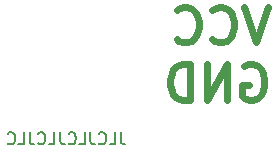
<source format=gbr>
%TF.GenerationSoftware,KiCad,Pcbnew,7.0.1*%
%TF.CreationDate,2024-06-10T22:25:48+03:00*%
%TF.ProjectId,PedalPower,50656461-6c50-46f7-9765-722e6b696361,rev?*%
%TF.SameCoordinates,Original*%
%TF.FileFunction,Legend,Bot*%
%TF.FilePolarity,Positive*%
%FSLAX46Y46*%
G04 Gerber Fmt 4.6, Leading zero omitted, Abs format (unit mm)*
G04 Created by KiCad (PCBNEW 7.0.1) date 2024-06-10 22:25:48*
%MOMM*%
%LPD*%
G01*
G04 APERTURE LIST*
%ADD10C,0.200000*%
%ADD11C,0.600000*%
G04 APERTURE END LIST*
D10*
X36276190Y-6577619D02*
X36276190Y-7291904D01*
X36276190Y-7291904D02*
X36323809Y-7434761D01*
X36323809Y-7434761D02*
X36419047Y-7530000D01*
X36419047Y-7530000D02*
X36561904Y-7577619D01*
X36561904Y-7577619D02*
X36657142Y-7577619D01*
X35323809Y-7577619D02*
X35799999Y-7577619D01*
X35799999Y-7577619D02*
X35799999Y-6577619D01*
X34419047Y-7482380D02*
X34466666Y-7530000D01*
X34466666Y-7530000D02*
X34609523Y-7577619D01*
X34609523Y-7577619D02*
X34704761Y-7577619D01*
X34704761Y-7577619D02*
X34847618Y-7530000D01*
X34847618Y-7530000D02*
X34942856Y-7434761D01*
X34942856Y-7434761D02*
X34990475Y-7339523D01*
X34990475Y-7339523D02*
X35038094Y-7149047D01*
X35038094Y-7149047D02*
X35038094Y-7006190D01*
X35038094Y-7006190D02*
X34990475Y-6815714D01*
X34990475Y-6815714D02*
X34942856Y-6720476D01*
X34942856Y-6720476D02*
X34847618Y-6625238D01*
X34847618Y-6625238D02*
X34704761Y-6577619D01*
X34704761Y-6577619D02*
X34609523Y-6577619D01*
X34609523Y-6577619D02*
X34466666Y-6625238D01*
X34466666Y-6625238D02*
X34419047Y-6672857D01*
X33704761Y-6577619D02*
X33704761Y-7291904D01*
X33704761Y-7291904D02*
X33752380Y-7434761D01*
X33752380Y-7434761D02*
X33847618Y-7530000D01*
X33847618Y-7530000D02*
X33990475Y-7577619D01*
X33990475Y-7577619D02*
X34085713Y-7577619D01*
X32752380Y-7577619D02*
X33228570Y-7577619D01*
X33228570Y-7577619D02*
X33228570Y-6577619D01*
X31847618Y-7482380D02*
X31895237Y-7530000D01*
X31895237Y-7530000D02*
X32038094Y-7577619D01*
X32038094Y-7577619D02*
X32133332Y-7577619D01*
X32133332Y-7577619D02*
X32276189Y-7530000D01*
X32276189Y-7530000D02*
X32371427Y-7434761D01*
X32371427Y-7434761D02*
X32419046Y-7339523D01*
X32419046Y-7339523D02*
X32466665Y-7149047D01*
X32466665Y-7149047D02*
X32466665Y-7006190D01*
X32466665Y-7006190D02*
X32419046Y-6815714D01*
X32419046Y-6815714D02*
X32371427Y-6720476D01*
X32371427Y-6720476D02*
X32276189Y-6625238D01*
X32276189Y-6625238D02*
X32133332Y-6577619D01*
X32133332Y-6577619D02*
X32038094Y-6577619D01*
X32038094Y-6577619D02*
X31895237Y-6625238D01*
X31895237Y-6625238D02*
X31847618Y-6672857D01*
X31133332Y-6577619D02*
X31133332Y-7291904D01*
X31133332Y-7291904D02*
X31180951Y-7434761D01*
X31180951Y-7434761D02*
X31276189Y-7530000D01*
X31276189Y-7530000D02*
X31419046Y-7577619D01*
X31419046Y-7577619D02*
X31514284Y-7577619D01*
X30180951Y-7577619D02*
X30657141Y-7577619D01*
X30657141Y-7577619D02*
X30657141Y-6577619D01*
X29276189Y-7482380D02*
X29323808Y-7530000D01*
X29323808Y-7530000D02*
X29466665Y-7577619D01*
X29466665Y-7577619D02*
X29561903Y-7577619D01*
X29561903Y-7577619D02*
X29704760Y-7530000D01*
X29704760Y-7530000D02*
X29799998Y-7434761D01*
X29799998Y-7434761D02*
X29847617Y-7339523D01*
X29847617Y-7339523D02*
X29895236Y-7149047D01*
X29895236Y-7149047D02*
X29895236Y-7006190D01*
X29895236Y-7006190D02*
X29847617Y-6815714D01*
X29847617Y-6815714D02*
X29799998Y-6720476D01*
X29799998Y-6720476D02*
X29704760Y-6625238D01*
X29704760Y-6625238D02*
X29561903Y-6577619D01*
X29561903Y-6577619D02*
X29466665Y-6577619D01*
X29466665Y-6577619D02*
X29323808Y-6625238D01*
X29323808Y-6625238D02*
X29276189Y-6672857D01*
X28561903Y-6577619D02*
X28561903Y-7291904D01*
X28561903Y-7291904D02*
X28609522Y-7434761D01*
X28609522Y-7434761D02*
X28704760Y-7530000D01*
X28704760Y-7530000D02*
X28847617Y-7577619D01*
X28847617Y-7577619D02*
X28942855Y-7577619D01*
X27609522Y-7577619D02*
X28085712Y-7577619D01*
X28085712Y-7577619D02*
X28085712Y-6577619D01*
X26704760Y-7482380D02*
X26752379Y-7530000D01*
X26752379Y-7530000D02*
X26895236Y-7577619D01*
X26895236Y-7577619D02*
X26990474Y-7577619D01*
X26990474Y-7577619D02*
X27133331Y-7530000D01*
X27133331Y-7530000D02*
X27228569Y-7434761D01*
X27228569Y-7434761D02*
X27276188Y-7339523D01*
X27276188Y-7339523D02*
X27323807Y-7149047D01*
X27323807Y-7149047D02*
X27323807Y-7006190D01*
X27323807Y-7006190D02*
X27276188Y-6815714D01*
X27276188Y-6815714D02*
X27228569Y-6720476D01*
X27228569Y-6720476D02*
X27133331Y-6625238D01*
X27133331Y-6625238D02*
X26990474Y-6577619D01*
X26990474Y-6577619D02*
X26895236Y-6577619D01*
X26895236Y-6577619D02*
X26752379Y-6625238D01*
X26752379Y-6625238D02*
X26704760Y-6672857D01*
D11*
X48714285Y4042142D02*
X47714285Y1042142D01*
X47714285Y1042142D02*
X46714285Y4042142D01*
X43999999Y1327857D02*
X44142856Y1185000D01*
X44142856Y1185000D02*
X44571428Y1042142D01*
X44571428Y1042142D02*
X44857142Y1042142D01*
X44857142Y1042142D02*
X45285713Y1185000D01*
X45285713Y1185000D02*
X45571428Y1470714D01*
X45571428Y1470714D02*
X45714285Y1756428D01*
X45714285Y1756428D02*
X45857142Y2327857D01*
X45857142Y2327857D02*
X45857142Y2756428D01*
X45857142Y2756428D02*
X45714285Y3327857D01*
X45714285Y3327857D02*
X45571428Y3613571D01*
X45571428Y3613571D02*
X45285713Y3899285D01*
X45285713Y3899285D02*
X44857142Y4042142D01*
X44857142Y4042142D02*
X44571428Y4042142D01*
X44571428Y4042142D02*
X44142856Y3899285D01*
X44142856Y3899285D02*
X43999999Y3756428D01*
X40999999Y1327857D02*
X41142856Y1185000D01*
X41142856Y1185000D02*
X41571428Y1042142D01*
X41571428Y1042142D02*
X41857142Y1042142D01*
X41857142Y1042142D02*
X42285713Y1185000D01*
X42285713Y1185000D02*
X42571428Y1470714D01*
X42571428Y1470714D02*
X42714285Y1756428D01*
X42714285Y1756428D02*
X42857142Y2327857D01*
X42857142Y2327857D02*
X42857142Y2756428D01*
X42857142Y2756428D02*
X42714285Y3327857D01*
X42714285Y3327857D02*
X42571428Y3613571D01*
X42571428Y3613571D02*
X42285713Y3899285D01*
X42285713Y3899285D02*
X41857142Y4042142D01*
X41857142Y4042142D02*
X41571428Y4042142D01*
X41571428Y4042142D02*
X41142856Y3899285D01*
X41142856Y3899285D02*
X40999999Y3756428D01*
X46714285Y-960714D02*
X47000000Y-817857D01*
X47000000Y-817857D02*
X47428571Y-817857D01*
X47428571Y-817857D02*
X47857142Y-960714D01*
X47857142Y-960714D02*
X48142857Y-1246428D01*
X48142857Y-1246428D02*
X48285714Y-1532142D01*
X48285714Y-1532142D02*
X48428571Y-2103571D01*
X48428571Y-2103571D02*
X48428571Y-2532142D01*
X48428571Y-2532142D02*
X48285714Y-3103571D01*
X48285714Y-3103571D02*
X48142857Y-3389285D01*
X48142857Y-3389285D02*
X47857142Y-3675000D01*
X47857142Y-3675000D02*
X47428571Y-3817857D01*
X47428571Y-3817857D02*
X47142857Y-3817857D01*
X47142857Y-3817857D02*
X46714285Y-3675000D01*
X46714285Y-3675000D02*
X46571428Y-3532142D01*
X46571428Y-3532142D02*
X46571428Y-2532142D01*
X46571428Y-2532142D02*
X47142857Y-2532142D01*
X45285714Y-3817857D02*
X45285714Y-817857D01*
X45285714Y-817857D02*
X43571428Y-3817857D01*
X43571428Y-3817857D02*
X43571428Y-817857D01*
X42142857Y-3817857D02*
X42142857Y-817857D01*
X42142857Y-817857D02*
X41428571Y-817857D01*
X41428571Y-817857D02*
X41000000Y-960714D01*
X41000000Y-960714D02*
X40714285Y-1246428D01*
X40714285Y-1246428D02*
X40571428Y-1532142D01*
X40571428Y-1532142D02*
X40428571Y-2103571D01*
X40428571Y-2103571D02*
X40428571Y-2532142D01*
X40428571Y-2532142D02*
X40571428Y-3103571D01*
X40571428Y-3103571D02*
X40714285Y-3389285D01*
X40714285Y-3389285D02*
X41000000Y-3675000D01*
X41000000Y-3675000D02*
X41428571Y-3817857D01*
X41428571Y-3817857D02*
X42142857Y-3817857D01*
M02*

</source>
